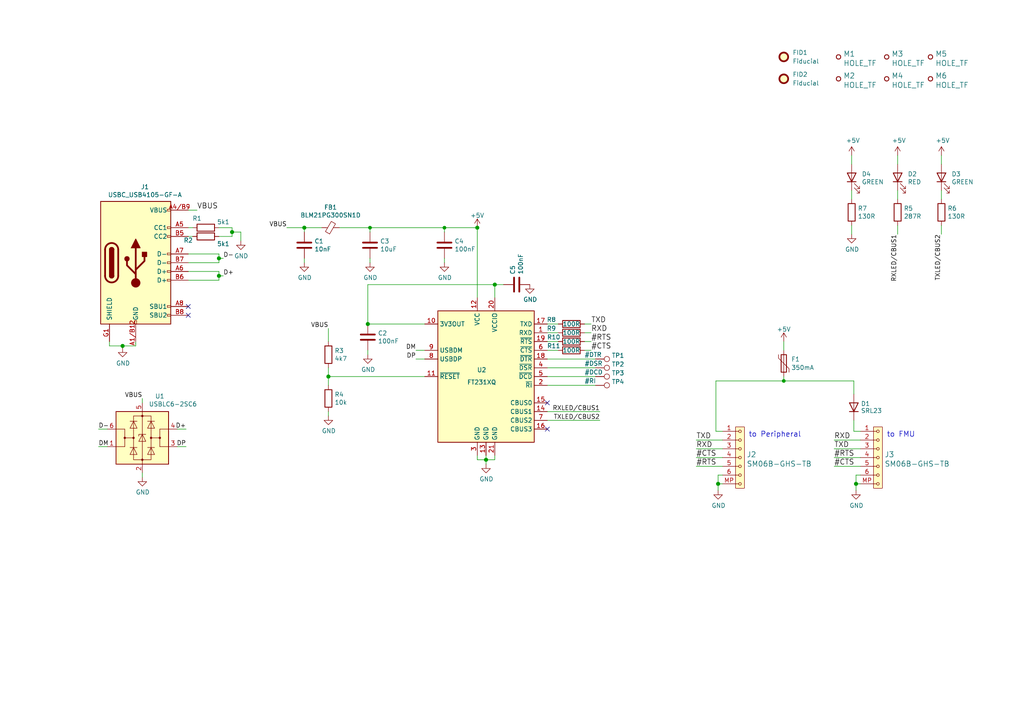
<source format=kicad_sch>
(kicad_sch (version 20230121) (generator eeschema)
  (paper "A4")
  (title_block (title "TFUSBSERIAL01A") (date "%F") (company "www.thunderfly.cz") (comment 1 "Pixhawk compatibile ") (comment 2 "USB-UART converter") (comment 3 "<info@thunderfly.cz>"))
  (lib_symbols
    (symbol "Connector:TestPoint" (pin_numbers hide) (pin_names (offset 0.762) hide)
      (property "Reference" "TP" (at 0 6.858 0))
      (property "Value" "TestPoint" (at 0 5.08 0))
      (symbol "TestPoint_0_1"
        (circle (center 0 3.302) (radius 0.762))
      )
      (symbol "TestPoint_1_1"
        (pin passive line (at 0 0 90) (length 2.54) (name "1") (number "1"))
      )
    )
    (symbol "Device:C" (pin_numbers hide) (pin_names (offset 0.254))
      (property "Reference" "C" (at 0.635 2.54 0))
      (property "Value" "C" (at 0.635 -2.54 0))
      (symbol "C_0_1"
        (polyline (pts (xy -2.032 -0.762) (xy 2.032 -0.762)) (stroke (width 0.508)))
        (polyline (pts (xy -2.032 0.762) (xy 2.032 0.762)) (stroke (width 0.508)))
      )
      (symbol "C_1_1"
        (pin passive line (at 0 3.81 270) (length 2.794) (name "~") (number "1"))
        (pin passive line (at 0 -3.81 90) (length 2.794) (name "~") (number "2"))
      )
    )
    (symbol "Device:D" (pin_numbers hide) (pin_names (offset 1.016) hide)
      (property "Reference" "D" (at 0 2.54 0))
      (property "Value" "D" (at 0 -2.54 0))
      (symbol "D_0_1"
        (polyline (pts (xy -1.27 1.27) (xy -1.27 -1.27)) (stroke (width 0.254)))
        (polyline (pts (xy 1.27 0) (xy -1.27 0)))
        (polyline (pts (xy 1.27 1.27) (xy 1.27 -1.27) (xy -1.27 0) (xy 1.27 1.27)) (stroke (width 0.254)))
      )
      (symbol "D_1_1"
        (pin passive line (at -3.81 0 0) (length 2.54) (name "K") (number "1"))
        (pin passive line (at 3.81 0 180) (length 2.54) (name "A") (number "2"))
      )
    )
    (symbol "Device:FerriteBead_Small" (pin_numbers hide) (pin_names (offset 0))
      (property "Reference" "FB" (at 1.905 1.27 0))
      (property "Value" "FerriteBead_Small" (at 1.905 -1.27 0))
      (symbol "FerriteBead_Small_0_1"
        (polyline (pts (xy 0 -1.27) (xy 0 -0.7874)))
        (polyline (pts (xy 0 0.889) (xy 0 1.2954)))
        (polyline (pts (xy -1.8288 0.2794) (xy -1.1176 1.4986) (xy 1.8288 -0.2032) (xy 1.1176 -1.4224) (xy -1.8288 0.2794)))
      )
      (symbol "FerriteBead_Small_1_1"
        (pin passive line (at 0 2.54 270) (length 1.27) (name "~") (number "1"))
        (pin passive line (at 0 -2.54 90) (length 1.27) (name "~") (number "2"))
      )
    )
    (symbol "Device:LED" (pin_numbers hide) (pin_names (offset 1.016) hide)
      (property "Reference" "D" (at 0 2.54 0))
      (property "Value" "LED" (at 0 -2.54 0))
      (symbol "LED_0_1"
        (polyline (pts (xy -1.27 -1.27) (xy -1.27 1.27)) (stroke (width 0.254)))
        (polyline (pts (xy -1.27 0) (xy 1.27 0)))
        (polyline (pts (xy 1.27 -1.27) (xy 1.27 1.27) (xy -1.27 0) (xy 1.27 -1.27)) (stroke (width 0.254)))
        (polyline (pts (xy -3.048 -0.762) (xy -4.572 -2.286) (xy -3.81 -2.286) (xy -4.572 -2.286) (xy -4.572 -1.524)))
        (polyline (pts (xy -1.778 -0.762) (xy -3.302 -2.286) (xy -2.54 -2.286) (xy -3.302 -2.286) (xy -3.302 -1.524)))
      )
      (symbol "LED_1_1"
        (pin passive line (at -3.81 0 0) (length 2.54) (name "K") (number "1"))
        (pin passive line (at 3.81 0 180) (length 2.54) (name "A") (number "2"))
      )
    )
    (symbol "Device:Polyfuse" (pin_numbers hide) (pin_names (offset 0))
      (property "Reference" "F" (at -2.54 0 90))
      (property "Value" "Polyfuse" (at 2.54 0 90))
      (symbol "Polyfuse_0_1"
        (rectangle (start -0.762 2.54) (end 0.762 -2.54) (stroke (width 0.254)))
        (polyline (pts (xy 0 2.54) (xy 0 -2.54)))
        (polyline (pts (xy -1.524 2.54) (xy -1.524 1.524) (xy 1.524 -1.524) (xy 1.524 -2.54)))
      )
      (symbol "Polyfuse_1_1"
        (pin passive line (at 0 3.81 270) (length 1.27) (name "~") (number "1"))
        (pin passive line (at 0 -3.81 90) (length 1.27) (name "~") (number "2"))
      )
    )
    (symbol "Device:R" (pin_numbers hide) (pin_names (offset 0))
      (property "Reference" "R" (at 2.032 0 90))
      (property "Value" "R" (at 0 0 90))
      (symbol "R_0_1"
        (rectangle (start -1.016 -2.54) (end 1.016 2.54) (stroke (width 0.254)))
      )
      (symbol "R_1_1"
        (pin passive line (at 0 3.81 270) (length 1.27) (name "~") (number "1"))
        (pin passive line (at 0 -3.81 90) (length 1.27) (name "~") (number "2"))
      )
    )
    (symbol "Interface_USB:FT231XQ"
      (property "Reference" "U" (at -13.97 20.32 0))
      (property "Value" "FT231XQ" (at 6.35 20.32 0))
      (symbol "FT231XQ_0_1"
        (rectangle (start -13.97 19.05) (end 13.97 -19.05) (stroke (width 0.254)) (fill (type background)))
      )
      (symbol "FT231XQ_1_1"
        (pin input line (at 17.78 12.7 180) (length 3.81) (name "RXD") (number "1"))
        (pin power_out line (at -17.78 15.24 0) (length 3.81) (name "3V3OUT") (number "10"))
        (pin input line (at -17.78 0 0) (length 3.81) (name "~{RESET}") (number "11"))
        (pin power_in line (at -2.54 22.86 270) (length 3.81) (name "VCC") (number "12"))
        (pin power_in line (at 0 -22.86 90) (length 3.81) (name "GND") (number "13"))
        (pin bidirectional line (at 17.78 -10.16 180) (length 3.81) (name "CBUS1") (number "14"))
        (pin bidirectional line (at 17.78 -7.62 180) (length 3.81) (name "CBUS0") (number "15"))
        (pin bidirectional line (at 17.78 -15.24 180) (length 3.81) (name "CBUS3") (number "16"))
        (pin output line (at 17.78 15.24 180) (length 3.81) (name "TXD") (number "17"))
        (pin output line (at 17.78 5.08 180) (length 3.81) (name "~{DTR}") (number "18"))
        (pin output line (at 17.78 10.16 180) (length 3.81) (name "~{RTS}") (number "19"))
        (pin input line (at 17.78 -2.54 180) (length 3.81) (name "~{RI}") (number "2"))
        (pin power_in line (at 2.54 22.86 270) (length 3.81) (name "VCCIO") (number "20"))
        (pin power_in line (at 2.54 -22.86 90) (length 3.81) (name "GND") (number "21"))
        (pin power_in line (at -2.54 -22.86 90) (length 3.81) (name "GND") (number "3"))
        (pin input line (at 17.78 2.54 180) (length 3.81) (name "~{DSR}") (number "4"))
        (pin input line (at 17.78 0 180) (length 3.81) (name "~{DCD}") (number "5"))
        (pin input line (at 17.78 7.62 180) (length 3.81) (name "~{CTS}") (number "6"))
        (pin bidirectional line (at 17.78 -12.7 180) (length 3.81) (name "CBUS2") (number "7"))
        (pin bidirectional line (at -17.78 5.08 0) (length 3.81) (name "USBDP") (number "8"))
        (pin bidirectional line (at -17.78 7.62 0) (length 3.81) (name "USBDM") (number "9"))
      )
    )
    (symbol "MLAB_CONNECTORS:USBC_USB4105-GF-A" (pin_names (offset 1.016))
      (property "Reference" "J" (at -10.16 19.05 0))
      (property "Value" "USBC_USB4105-GF-A" (at 19.05 19.05 0))
      (symbol "USBC_USB4105-GF-A_0_0"
        (rectangle (start -0.254 -17.78) (end 0.254 -16.764))
        (rectangle (start 10.16 -14.986) (end 9.144 -15.494))
        (rectangle (start 10.16 -12.446) (end 9.144 -12.954))
        (rectangle (start 10.16 -4.826) (end 9.144 -5.334))
        (rectangle (start 10.16 -2.286) (end 9.144 -2.794))
        (rectangle (start 10.16 0.254) (end 9.144 -0.254))
        (rectangle (start 10.16 2.794) (end 9.144 2.286))
        (rectangle (start 10.16 7.874) (end 9.144 7.366))
        (rectangle (start 10.16 10.414) (end 9.144 9.906))
        (rectangle (start 10.16 15.494) (end 9.144 14.986))
      )
      (symbol "USBC_USB4105-GF-A_0_1"
        (rectangle (start -10.16 17.78) (end 10.16 -17.78) (stroke (width 0.254)) (fill (type background)))
        (arc (start -8.89 -3.81) (mid -6.985 -5.7067) (end -5.08 -3.81) (stroke (width 0.508)))
        (arc (start -7.62 -3.81) (mid -6.985 -4.4423) (end -6.35 -3.81) (stroke (width 0.254)))
        (arc (start -7.62 -3.81) (mid -6.985 -4.4423) (end -6.35 -3.81) (stroke (width 0.254)) (fill (type outline)))
        (rectangle (start -7.62 -3.81) (end -6.35 3.81) (stroke (width 0.254)) (fill (type outline)))
        (arc (start -6.35 3.81) (mid -6.985 4.4423) (end -7.62 3.81) (stroke (width 0.254)))
        (arc (start -6.35 3.81) (mid -6.985 4.4423) (end -7.62 3.81) (stroke (width 0.254)) (fill (type outline)))
        (arc (start -5.08 3.81) (mid -6.985 5.7067) (end -8.89 3.81) (stroke (width 0.508)))
        (circle (center -2.54 1.143) (radius 0.635) (stroke (width 0.254)) (fill (type outline)))
        (circle (center 0 -5.842) (radius 1.27) (fill (type outline)))
        (polyline (pts (xy -8.89 -3.81) (xy -8.89 3.81)) (stroke (width 0.508)))
        (polyline (pts (xy -5.08 3.81) (xy -5.08 -3.81)) (stroke (width 0.508)))
        (polyline (pts (xy 0 -5.842) (xy 0 4.318)) (stroke (width 0.508)))
        (polyline (pts (xy 0 -3.302) (xy -2.54 -0.762) (xy -2.54 0.508)) (stroke (width 0.508)))
        (polyline (pts (xy 0 -2.032) (xy 2.54 0.508) (xy 2.54 1.778)) (stroke (width 0.508)))
        (polyline (pts (xy -1.27 4.318) (xy 0 6.858) (xy 1.27 4.318) (xy -1.27 4.318)) (stroke (width 0.254)) (fill (type outline)))
        (rectangle (start 1.905 1.778) (end 3.175 3.048) (stroke (width 0.254)) (fill (type outline)))
      )
      (symbol "USBC_USB4105-GF-A_1_1"
        (pin passive line (at 0 -22.86 90) (length 5.08) (name "GND") (number "A1/B12"))
        (pin passive line (at 15.24 15.24 180) (length 5.08) (name "VBUS") (number "A4/B9"))
        (pin bidirectional line (at 15.24 10.16 180) (length 5.08) (name "CC1") (number "A5"))
        (pin bidirectional line (at 15.24 -2.54 180) (length 5.08) (name "D+") (number "A6"))
        (pin bidirectional line (at 15.24 2.54 180) (length 5.08) (name "D-") (number "A7"))
        (pin bidirectional line (at 15.24 -12.7 180) (length 5.08) (name "SBU1") (number "A8"))
        (pin passive line (at 0 -22.86 90) (length 5.08) hide (name "GND") (number "B1/A12"))
        (pin passive line (at 15.24 15.24 180) (length 5.08) hide (name "VBUS") (number "B4/A9"))
        (pin bidirectional line (at 15.24 7.62 180) (length 5.08) (name "CC2") (number "B5"))
        (pin bidirectional line (at 15.24 -5.08 180) (length 5.08) (name "D+") (number "B6"))
        (pin bidirectional line (at 15.24 0 180) (length 5.08) (name "D-") (number "B7"))
        (pin bidirectional line (at 15.24 -15.24 180) (length 5.08) (name "SBU2") (number "B8"))
        (pin passive line (at -7.62 -22.86 90) (length 5.08) (name "SHIELD") (number "G1"))
        (pin passive line (at -7.62 -22.86 90) (length 5.08) hide (name "SHIELD") (number "G2"))
        (pin passive line (at -7.62 -22.86 90) (length 5.08) hide (name "SHIELD") (number "G3"))
        (pin passive line (at -7.62 -22.86 90) (length 5.08) hide (name "SHIELD") (number "G4"))
      )
    )
    (symbol "MLAB_CONNECTORS_JST:SM06B-GHS-TB" (pin_names (offset 1.016))
      (property "Reference" "J" (at 0 -10.16 0))
      (property "Value" "SM06B-GHS-TB" (at 0 10.16 0))
      (symbol "SM06B-GHS-TB_0_1"
        (rectangle (start -1.27 8.89) (end 1.27 -8.89) (fill (type background)))
        (circle (center 0 -7.62) (radius 0.381))
        (circle (center 0 -5.08) (radius 0.381))
        (circle (center 0 -2.54) (radius 0.381))
        (polyline (pts (xy -1.27 -7.62) (xy -0.381 -7.62)))
        (polyline (pts (xy -1.27 -5.08) (xy -0.381 -5.08)))
        (polyline (pts (xy -1.27 -2.54) (xy -0.381 -2.54)))
        (polyline (pts (xy -1.27 0) (xy -0.381 0)))
        (polyline (pts (xy -1.27 2.54) (xy -0.381 2.54)))
        (polyline (pts (xy -1.27 5.08) (xy -0.381 5.08)))
        (polyline (pts (xy -1.27 7.62) (xy -0.381 7.62)))
        (circle (center 0 0) (radius 0.381))
        (circle (center 0 2.54) (radius 0.381))
        (circle (center 0 5.08) (radius 0.381))
        (circle (center 0 7.62) (radius 0.381))
      )
      (symbol "SM06B-GHS-TB_1_1"
        (pin input line (at -5.08 7.62 0) (length 3.81) (name "~") (number "1"))
        (pin input line (at -5.08 5.08 0) (length 3.81) (name "~") (number "2"))
        (pin input line (at -5.08 2.54 0) (length 3.81) (name "~") (number "3"))
        (pin input line (at -5.08 0 0) (length 3.81) (name "~") (number "4"))
        (pin input line (at -5.08 -2.54 0) (length 3.81) (name "~") (number "5"))
        (pin input line (at -5.08 -5.08 0) (length 3.81) (name "~") (number "6"))
        (pin input line (at -5.08 -7.62 0) (length 3.81) (name "~") (number "MP"))
      )
    )
    (symbol "MLAB_MECHANICAL:HOLE_TF" (pin_numbers hide) (pin_names (offset 1.016) hide)
      (property "Reference" "M" (at 0 2.54 0))
      (property "Value" "HOLE_TF" (at 0 -2.54 0))
      (property "Footprint" "Mlab_Mechanical:dira_3mm" (at 0 0 0))
      (symbol "HOLE_TF_0_1"
        (circle (center 0 0) (radius 0.635) (stroke (width 0.254)))
      )
    )
    (symbol "Mechanical:Fiducial"
      (property "Reference" "FID" (at 0 5.08 0))
      (property "Value" "Fiducial" (at 0 3.175 0))
      (symbol "Fiducial_0_1"
        (circle (center 0 0) (radius 1.27) (stroke (width 0.508)) (fill (type background)))
      )
    )
    (symbol "Power_Protection:USBLC6-2SC6" (pin_names hide)
      (property "Reference" "U" (at 2.54 8.89 0))
      (property "Value" "USBLC6-2SC6" (at 2.54 -8.89 0))
      (symbol "USBLC6-2SC6_0_1"
        (rectangle (start -7.62 -7.62) (end 7.62 7.62) (stroke (width 0.254)) (fill (type background)))
        (circle (center -5.08 0) (radius 0.254) (fill (type outline)))
        (circle (center -2.54 0) (radius 0.254) (fill (type outline)))
        (rectangle (start -2.54 6.35) (end 2.54 -6.35))
        (circle (center 0 -6.35) (radius 0.254) (fill (type outline)))
        (polyline (pts (xy -5.08 -2.54) (xy -7.62 -2.54)))
        (polyline (pts (xy -5.08 0) (xy -5.08 -2.54)))
        (polyline (pts (xy -5.08 2.54) (xy -7.62 2.54)))
        (polyline (pts (xy -1.524 -2.794) (xy -3.556 -2.794)))
        (polyline (pts (xy -1.524 4.826) (xy -3.556 4.826)))
        (polyline (pts (xy 0 -7.62) (xy 0 -6.35)))
        (polyline (pts (xy 0 -6.35) (xy 0 1.27)))
        (polyline (pts (xy 0 1.27) (xy 0 6.35)))
        (polyline (pts (xy 0 6.35) (xy 0 7.62)))
        (polyline (pts (xy 1.524 -2.794) (xy 3.556 -2.794)))
        (polyline (pts (xy 1.524 4.826) (xy 3.556 4.826)))
        (polyline (pts (xy 5.08 -2.54) (xy 7.62 -2.54)))
        (polyline (pts (xy 5.08 0) (xy 5.08 -2.54)))
        (polyline (pts (xy 5.08 2.54) (xy 7.62 2.54)))
        (polyline (pts (xy -2.54 0) (xy -5.08 0) (xy -5.08 2.54)))
        (polyline (pts (xy 2.54 0) (xy 5.08 0) (xy 5.08 2.54)))
        (polyline (pts (xy -3.556 -4.826) (xy -1.524 -4.826) (xy -2.54 -2.794) (xy -3.556 -4.826)))
        (polyline (pts (xy -3.556 2.794) (xy -1.524 2.794) (xy -2.54 4.826) (xy -3.556 2.794)))
        (polyline (pts (xy -1.016 -1.016) (xy 1.016 -1.016) (xy 0 1.016) (xy -1.016 -1.016)))
        (polyline (pts (xy 1.016 1.016) (xy 0.762 1.016) (xy -1.016 1.016) (xy -1.016 0.508)))
        (polyline (pts (xy 3.556 -4.826) (xy 1.524 -4.826) (xy 2.54 -2.794) (xy 3.556 -4.826)))
        (polyline (pts (xy 3.556 2.794) (xy 1.524 2.794) (xy 2.54 4.826) (xy 3.556 2.794)))
        (circle (center 0 6.35) (radius 0.254) (fill (type outline)))
        (circle (center 2.54 0) (radius 0.254) (fill (type outline)))
        (circle (center 5.08 0) (radius 0.254) (fill (type outline)))
      )
      (symbol "USBLC6-2SC6_1_1"
        (pin passive line (at -10.16 -2.54 0) (length 2.54) (name "I/O1") (number "1"))
        (pin passive line (at 0 -10.16 90) (length 2.54) (name "GND") (number "2"))
        (pin passive line (at 10.16 -2.54 180) (length 2.54) (name "I/O2") (number "3"))
        (pin passive line (at 10.16 2.54 180) (length 2.54) (name "I/O2") (number "4"))
        (pin passive line (at 0 10.16 270) (length 2.54) (name "VBUS") (number "5"))
        (pin passive line (at -10.16 2.54 0) (length 2.54) (name "I/O1") (number "6"))
      )
    )
    (symbol "power:+5V" (power) (pin_names (offset 0))
      (property "Value" "+5V" (at 0 3.556 0))
      (symbol "+5V_0_1"
        (polyline (pts (xy -0.762 1.27) (xy 0 2.54)))
        (polyline (pts (xy 0 0) (xy 0 2.54)))
        (polyline (pts (xy 0 2.54) (xy 0.762 1.27)))
      )
      (symbol "+5V_1_1"
        (pin power_in line (at 0 0 90) (length 0) hide (name "+5V") (number "1"))
      )
    )
    (symbol "power:GND" (power) (pin_names (offset 0))
      (property "Value" "GND" (at 0 -3.81 0))
      (symbol "GND_0_1"
        (polyline (pts (xy 0 0) (xy 0 -1.27) (xy 1.27 -1.27) (xy 0 -2.54) (xy -1.27 -1.27) (xy 0 -1.27)))
      )
      (symbol "GND_1_1"
        (pin power_in line (at 0 0 270) (length 0) hide (name "GND") (number "1"))
      )
    )
  )
  (junction (at 248.285 140.335) (diameter 1.016))
  (junction (at 128.905 66.04))
  (junction (at 208.28 140.335) (diameter 1.016))
  (junction (at 143.51 82.55) (diameter 1.016))
  (junction (at 140.97 133.35) (diameter 1.016))
  (junction (at 63.5 80.01) (diameter 1.016))
  (junction (at 106.68 93.98) (diameter 1.016))
  (junction (at 35.56 100.33) (diameter 1.016))
  (junction (at 107.315 66.04))
  (junction (at 63.5 74.93) (diameter 1.016))
  (junction (at 88.265 66.04) (diameter 1.016))
  (junction (at 67.31 67.31) (diameter 1.016))
  (junction (at 95.25 109.22) (diameter 1.016))
  (junction (at 138.43 66.04) (diameter 1.016))
  (junction (at 227.33 110.49))
  (no_connect (at 54.61 88.9))
  (no_connect (at 54.61 91.44))
  (no_connect (at 158.75 124.46))
  (no_connect (at 158.75 116.84))
  (wire (pts (xy 51.435 129.54) (xy 53.975 129.54)))
  (wire (pts (xy 63.5 66.04) (xy 67.31 66.04)))
  (wire (pts (xy 158.75 121.92) (xy 173.99 121.92)))
  (wire (pts (xy 209.55 140.335) (xy 208.28 140.335)))
  (wire (pts (xy 54.61 66.04) (xy 55.88 66.04)))
  (wire (pts (xy 88.265 74.93) (xy 88.265 76.2)))
  (wire (pts (xy 248.285 137.795) (xy 248.285 140.335)))
  (wire (pts (xy 106.68 82.55) (xy 106.68 93.98)))
  (wire (pts (xy 31.75 100.33) (xy 35.56 100.33)))
  (wire (pts (xy 143.51 82.55) (xy 143.51 86.36)))
  (wire (pts (xy 158.75 106.68) (xy 172.72 106.68)))
  (wire (pts (xy 69.85 67.31) (xy 69.85 69.85)))
  (wire (pts (xy 31.75 99.06) (xy 31.75 100.33)))
  (wire (pts (xy 98.425 66.04) (xy 107.315 66.04)))
  (wire (pts (xy 63.5 73.66) (xy 63.5 74.93)))
  (wire (pts (xy 158.75 99.06) (xy 161.925 99.06)))
  (wire (pts (xy 247.015 45.085) (xy 247.015 47.625)))
  (wire (pts (xy 260.35 45.085) (xy 260.35 47.625)))
  (wire (pts (xy 169.545 99.06) (xy 171.45 99.06)))
  (wire (pts (xy 248.285 140.335) (xy 248.285 142.24)))
  (wire (pts (xy 67.31 67.31) (xy 69.85 67.31)))
  (wire (pts (xy 128.905 66.04) (xy 138.43 66.04)))
  (wire (pts (xy 208.28 140.335) (xy 208.28 142.24)))
  (wire (pts (xy 227.33 109.22) (xy 227.33 110.49)))
  (wire (pts (xy 95.25 95.25) (xy 95.25 99.06)))
  (wire (pts (xy 227.33 110.49) (xy 247.65 110.49)))
  (wire (pts (xy 138.43 66.04) (xy 138.43 86.36)))
  (wire (pts (xy 88.265 66.04) (xy 93.345 66.04)))
  (wire (pts (xy 106.68 101.6) (xy 106.68 102.87)))
  (wire (pts (xy 41.275 115.57) (xy 41.275 116.84)))
  (wire (pts (xy 169.545 96.52) (xy 171.45 96.52)))
  (wire (pts (xy 227.33 99.06) (xy 227.33 101.6)))
  (wire (pts (xy 241.935 132.715) (xy 249.555 132.715)))
  (wire (pts (xy 207.645 110.49) (xy 207.645 125.095)))
  (wire (pts (xy 169.545 101.6) (xy 171.45 101.6)))
  (wire (pts (xy 209.55 137.795) (xy 208.28 137.795)))
  (wire (pts (xy 140.97 132.08) (xy 140.97 133.35)))
  (wire (pts (xy 207.645 110.49) (xy 227.33 110.49)))
  (wire (pts (xy 158.75 96.52) (xy 161.925 96.52)))
  (wire (pts (xy 249.555 140.335) (xy 248.285 140.335)))
  (wire (pts (xy 169.545 93.98) (xy 171.45 93.98)))
  (wire (pts (xy 273.05 55.245) (xy 273.05 57.785)))
  (wire (pts (xy 247.65 110.49) (xy 247.65 114.3)))
  (wire (pts (xy 143.51 82.55) (xy 146.05 82.55)))
  (wire (pts (xy 120.65 104.14) (xy 123.19 104.14)))
  (wire (pts (xy 54.61 73.66) (xy 63.5 73.66)))
  (wire (pts (xy 208.28 137.795) (xy 208.28 140.335)))
  (wire (pts (xy 201.93 135.255) (xy 209.55 135.255)))
  (wire (pts (xy 241.935 130.175) (xy 249.555 130.175)))
  (wire (pts (xy 88.265 66.04) (xy 88.265 67.31)))
  (wire (pts (xy 106.68 82.55) (xy 143.51 82.55)))
  (wire (pts (xy 241.935 127.635) (xy 249.555 127.635)))
  (wire (pts (xy 247.015 65.405) (xy 247.015 67.945)))
  (wire (pts (xy 51.435 124.46) (xy 53.975 124.46)))
  (wire (pts (xy 260.35 55.245) (xy 260.35 57.785)))
  (wire (pts (xy 128.905 66.04) (xy 128.905 67.31)))
  (wire (pts (xy 107.315 66.04) (xy 107.315 67.31)))
  (wire (pts (xy 54.61 78.74) (xy 63.5 78.74)))
  (wire (pts (xy 241.935 135.255) (xy 249.555 135.255)))
  (wire (pts (xy 201.93 132.715) (xy 209.55 132.715)))
  (wire (pts (xy 83.185 66.04) (xy 88.265 66.04)))
  (wire (pts (xy 54.61 60.96) (xy 57.15 60.96)))
  (wire (pts (xy 63.5 74.93) (xy 64.77 74.93)))
  (wire (pts (xy 95.25 106.68) (xy 95.25 109.22)))
  (wire (pts (xy 201.93 127.635) (xy 209.55 127.635)))
  (wire (pts (xy 260.35 65.405) (xy 260.35 67.945)))
  (wire (pts (xy 158.75 93.98) (xy 161.925 93.98)))
  (wire (pts (xy 35.56 100.33) (xy 35.56 100.965)))
  (wire (pts (xy 158.75 104.14) (xy 172.72 104.14)))
  (wire (pts (xy 143.51 133.35) (xy 143.51 132.08)))
  (wire (pts (xy 138.43 133.35) (xy 140.97 133.35)))
  (wire (pts (xy 138.43 132.08) (xy 138.43 133.35)))
  (wire (pts (xy 63.5 80.01) (xy 63.5 81.28)))
  (wire (pts (xy 158.75 109.22) (xy 172.72 109.22)))
  (wire (pts (xy 273.05 65.405) (xy 273.05 67.945)))
  (wire (pts (xy 273.05 45.085) (xy 273.05 47.625)))
  (wire (pts (xy 28.575 124.46) (xy 31.115 124.46)))
  (wire (pts (xy 95.25 109.22) (xy 123.19 109.22)))
  (wire (pts (xy 120.65 101.6) (xy 123.19 101.6)))
  (wire (pts (xy 158.75 101.6) (xy 161.925 101.6)))
  (wire (pts (xy 158.75 119.38) (xy 173.99 119.38)))
  (wire (pts (xy 247.015 55.245) (xy 247.015 57.785)))
  (wire (pts (xy 63.5 74.93) (xy 63.5 76.2)))
  (wire (pts (xy 54.61 76.2) (xy 63.5 76.2)))
  (wire (pts (xy 140.97 133.35) (xy 143.51 133.35)))
  (wire (pts (xy 128.905 74.93) (xy 128.905 76.2)))
  (wire (pts (xy 63.5 78.74) (xy 63.5 80.01)))
  (wire (pts (xy 201.93 130.175) (xy 209.55 130.175)))
  (wire (pts (xy 67.31 67.31) (xy 67.31 68.58)))
  (wire (pts (xy 107.315 74.93) (xy 107.315 76.2)))
  (wire (pts (xy 95.25 109.22) (xy 95.25 111.76)))
  (wire (pts (xy 247.65 121.92) (xy 247.65 125.095)))
  (wire (pts (xy 28.575 129.54) (xy 31.115 129.54)))
  (wire (pts (xy 107.315 66.04) (xy 128.905 66.04)))
  (wire (pts (xy 158.75 111.76) (xy 172.72 111.76)))
  (wire (pts (xy 106.68 93.98) (xy 123.19 93.98)))
  (wire (pts (xy 54.61 68.58) (xy 55.88 68.58)))
  (wire (pts (xy 249.555 125.095) (xy 247.65 125.095)))
  (wire (pts (xy 67.31 66.04) (xy 67.31 67.31)))
  (wire (pts (xy 35.56 100.33) (xy 39.37 100.33)))
  (wire (pts (xy 249.555 137.795) (xy 248.285 137.795)))
  (wire (pts (xy 54.61 81.28) (xy 63.5 81.28)))
  (wire (pts (xy 95.25 119.38) (xy 95.25 120.65)))
  (wire (pts (xy 63.5 68.58) (xy 67.31 68.58)))
  (wire (pts (xy 39.37 100.33) (xy 39.37 99.06)))
  (wire (pts (xy 63.5 80.01) (xy 64.77 80.01)))
  (wire (pts (xy 41.275 137.16) (xy 41.275 138.43)))
  (wire (pts (xy 209.55 125.095) (xy 207.645 125.095)))
  (wire (pts (xy 140.97 133.35) (xy 140.97 134.62)))
  (text "to Peripheral" (at 232.41 127 0) (effects (font (size 1.524 1.524)) (justify right bottom)))
  (text "to FMU" (at 265.43 127 0) (effects (font (size 1.524 1.524)) (justify right bottom)))
  (label "RXD" (at 171.45 96.52 0) (effects (font (size 1.524 1.524))))
  (label "#CTS" (at 241.935 135.255 0) (effects (font (size 1.524 1.524))))
  (label "DM" (at 28.575 129.54 0))
  (label "D+" (at 64.77 80.01 0))
  (label "VBUS" (at 83.185 66.04 180))
  (label "#CTS" (at 171.45 101.6 0) (effects (font (size 1.524 1.524))))
  (label "RXD" (at 201.93 130.175 0) (effects (font (size 1.524 1.524))))
  (label "DP" (at 120.65 104.14 180))
  (label "TXD" (at 171.45 93.98 0) (effects (font (size 1.524 1.524))))
  (label "VBUS" (at 95.25 95.25 180))
  (label "TXD" (at 241.935 130.175 0) (effects (font (size 1.524 1.524))))
  (label "RXD" (at 241.935 127.635 0) (effects (font (size 1.524 1.524))))
  (label "VBUS" (at 41.275 115.57 180))
  (label "TXLED{slash}CBUS2" (at 273.05 67.945 270))
  (label "D+" (at 53.975 124.46 180))
  (label "TXLED{slash}CBUS2" (at 173.99 121.92 180))
  (label "RXLED{slash}CBUS1" (at 260.35 67.945 270))
  (label "DM" (at 120.65 101.6 180))
  (label "D-" (at 64.77 74.93 0))
  (label "#RTS" (at 171.45 99.06 0) (effects (font (size 1.524 1.524))))
  (label "#RTS" (at 201.93 135.255 0) (effects (font (size 1.524 1.524))))
  (label "#RTS" (at 241.935 132.715 0) (effects (font (size 1.524 1.524))))
  (label "D-" (at 28.575 124.46 0))
  (label "VBUS" (at 57.15 60.96 0) (effects (font (size 1.524 1.524))))
  (label "TXD" (at 201.93 127.635 0) (effects (font (size 1.524 1.524))))
  (label "RXLED{slash}CBUS1" (at 173.99 119.38 180))
  (label "DP" (at 53.975 129.54 180))
  (label "#CTS" (at 201.93 132.715 0) (effects (font (size 1.524 1.524))))
  (symbol (lib_id "Device:R") (at 95.25 115.57 0) (unit 1)
    (property "Reference" "R4" (at 97.0281 114.4206 0) (effects (justify left)))
    (property "Value" "10k" (at 97.028 116.719 0) (effects (justify left)))
    (property "Footprint" "Resistor_SMD:R_0603_1608Metric" (effects hide))
    (property "UST_ID" "5c70984512875079b91f8962" (effects hide))
  )
  (symbol (lib_id "MLAB_MECHANICAL:HOLE_TF") (at 243.205 16.51 0) (unit 1) (in_bom no)
    (property "Reference" "M1" (at 244.6021 15.6224 0) (effects (font (size 1.524 1.524)) (justify left)))
    (property "Value" "HOLE_TF" (at 244.6021 18.33 0) (effects (font (size 1.524 1.524)) (justify left)))
    (property "Footprint" "Mlab_Mechanical:dira_3mm" (effects hide))
    (property "Sim.Enable" "0" (effects hide))
  )
  (symbol (lib_id "MLAB_CONNECTORS:USBC_USB4105-GF-A") (at 39.37 76.2 0) (unit 1)
    (property "Reference" "J1" (at 42.037 54.2098 0))
    (property "Value" "USBC_USB4105-GF-A" (at 42.037 56.5085 0))
    (property "Footprint" "Mlab_CON:USBC GCT_USB4105-GF-A" (effects hide))
    (property "UST_ID" "5fa0f94612875025b397795e" (effects hide))
  )
  (symbol (lib_id "power:+5V") (at 227.33 99.06 0) (unit 1)
    (property "Reference" "#PWR0106" (effects hide))
    (property "Value" "+5V" (at 227.33 95.5126 0))
  )
  (symbol (lib_id "power:GND") (at 95.25 120.65 0) (unit 1)
    (property "Reference" "#PWR0117" (effects hide))
    (property "Value" "GND" (at 95.3643 124.9744 0))
  )
  (symbol (lib_id "Device:R") (at 273.05 61.595 0) (unit 1)
    (property "Reference" "R6" (at 274.8281 60.4456 0) (effects (justify left)))
    (property "Value" "130R" (at 274.828 62.744 0) (effects (justify left)))
    (property "Footprint" "Resistor_SMD:R_0603_1608Metric" (effects hide))
    (property "UST_ID" "5cd08b17128750448e4542b1" (effects hide))
  )
  (symbol (lib_id "Device:C") (at 149.86 82.55 90) (unit 1)
    (property "Reference" "C5" (at 148.7106 79.6289 0) (effects (justify left)))
    (property "Value" "100nF" (at 151.009 79.629 0) (effects (justify left)))
    (property "Footprint" "Capacitor_SMD:C_0603_1608Metric" (effects hide))
    (property "UST_ID" "5c70984812875079b91f8bf2" (effects hide))
  )
  (symbol (lib_id "Device:R") (at 260.35 61.595 0) (unit 1)
    (property "Reference" "R5" (at 262.1281 60.4456 0) (effects (justify left)))
    (property "Value" "287R" (at 262.128 62.744 0) (effects (justify left)))
    (property "Footprint" "Resistor_SMD:R_0603_1608Metric" (effects hide))
    (property "UST_ID" "651a975c462c6d9e7205504d" (effects hide))
  )
  (symbol (lib_id "power:+5V") (at 260.35 45.085 0) (unit 1)
    (property "Reference" "#PWR0108" (effects hide))
    (property "Value" "+5V" (at 260.7183 40.7606 0))
  )
  (symbol (lib_id "power:GND") (at 247.015 67.945 0) (unit 1)
    (property "Reference" "#PWR02" (effects hide))
    (property "Value" "GND" (at 247.142 72.3392 0))
  )
  (symbol (lib_id "Connector:TestPoint") (at 172.72 111.76 270) (unit 1) (in_bom no)
    (property "Reference" "TP4" (at 177.419 110.736 90) (effects (justify left)))
    (property "Value" "#RI" (at 169.545 110.49 90) (effects (justify left)))
    (property "Footprint" "TestPoint:TestPoint_Pad_D1.0mm" (effects hide))
    (property "Sim.Enable" "0" (effects hide))
  )
  (symbol (lib_id "Device:R") (at 247.015 61.595 0) (unit 1)
    (property "Reference" "R7" (at 248.7931 60.4456 0) (effects (justify left)))
    (property "Value" "130R" (at 248.793 62.744 0) (effects (justify left)))
    (property "Footprint" "Resistor_SMD:R_0603_1608Metric" (effects hide))
    (property "UST_ID" "5cd08b17128750448e4542b1" (effects hide))
  )
  (symbol (lib_id "Device:R") (at 165.735 96.52 90) (unit 1)
    (property "Reference" "R9" (at 161.29 95.25 90) (effects (justify left)))
    (property "Value" "100R" (at 168.275 96.52 90) (effects (justify left)))
    (property "Footprint" "Resistor_SMD:R_0603_1608Metric" (effects hide))
    (property "UST_ID" "5c70984512875079b91f8956" (effects hide))
  )
  (symbol (lib_id "MLAB_CONNECTORS_JST:SM06B-GHS-TB") (at 214.63 132.715 0) (unit 1)
    (property "Reference" "J2" (at 216.5351 131.8274 0) (effects (font (size 1.524 1.524)) (justify left)))
    (property "Value" "SM06B-GHS-TB" (at 216.5351 134.535 0) (effects (font (size 1.524 1.524)) (justify left)))
    (property "Footprint" "Connector_JST:JST_GH_SM06B-GHS-TB_1x06-1MP_P1.25mm_Horizontal" (effects hide))
    (property "UST_ID" "5fa0f70212875025b3977932" (effects hide))
  )
  (symbol (lib_id "power:GND") (at 107.315 76.2 0) (unit 1)
    (property "Reference" "#PWR0104" (effects hide))
    (property "Value" "GND" (at 107.4293 80.5244 0))
  )
  (symbol (lib_id "Connector:TestPoint") (at 172.72 109.22 270) (unit 1) (in_bom no)
    (property "Reference" "TP3" (at 177.419 108.196 90) (effects (justify left)))
    (property "Value" "#DCD" (at 169.545 107.95 90) (effects (justify left)))
    (property "Footprint" "TestPoint:TestPoint_Pad_D1.0mm" (effects hide))
    (property "Sim.Enable" "0" (effects hide))
  )
  (symbol (lib_id "MLAB_MECHANICAL:HOLE_TF") (at 257.175 16.51 0) (unit 1) (in_bom no)
    (property "Reference" "M3" (at 258.5721 15.6224 0) (effects (font (size 1.524 1.524)) (justify left)))
    (property "Value" "HOLE_TF" (at 258.5721 18.33 0) (effects (font (size 1.524 1.524)) (justify left)))
    (property "Footprint" "Mlab_Mechanical:dira_3mm" (effects hide))
    (property "Sim.Enable" "0" (effects hide))
  )
  (symbol (lib_id "power:GND") (at 153.67 82.55 0) (unit 1)
    (property "Reference" "#PWR0103" (effects hide))
    (property "Value" "GND" (at 153.7843 86.8744 0))
  )
  (symbol (lib_id "power:GND") (at 248.285 142.24 0) (unit 1)
    (property "Reference" "#PWR0109" (effects hide))
    (property "Value" "GND" (at 248.412 146.6342 0))
  )
  (symbol (lib_id "Device:LED") (at 247.015 51.435 90) (unit 1)
    (property "Reference" "D4" (at 249.9361 50.4761 90) (effects (justify right)))
    (property "Value" "GREEN" (at 249.936 52.775 90) (effects (justify right)))
    (property "Footprint" "LED_SMD:LED_0603_1608Metric" (effects hide))
    (property "UST_ID" "60d582331287500165f859d0" (effects hide))
  )
  (symbol (lib_id "Device:Polyfuse") (at 227.33 105.41 0) (unit 1)
    (property "Reference" "F1" (at 229.489 104.1979 0) (effects (justify left)))
    (property "Value" "350mA" (at 229.489 106.6221 0) (effects (justify left)))
    (property "Footprint" "Fuse:Fuse_0805_2012Metric" (effects hide))
    (property "UST_ID" "650b8191462c6d9e7205477b" (effects hide))
  )
  (symbol (lib_id "Device:R") (at 59.69 66.04 90) (unit 1)
    (property "Reference" "R1" (at 57.15 63.3538 90))
    (property "Value" "5k1" (at 64.77 64.382 90))
    (property "Footprint" "Resistor_SMD:R_0603_1608Metric" (effects hide))
    (property "UST_ID" "628d1404dc56076e9a223650" (effects hide))
  )
  (symbol (lib_id "Device:R") (at 59.69 68.58 90) (unit 1)
    (property "Reference" "R2" (at 54.61 69.7038 90))
    (property "Value" "5k1" (at 64.77 70.732 90))
    (property "Footprint" "Resistor_SMD:R_0603_1608Metric" (effects hide))
    (property "UST_ID" "628d1404dc56076e9a223650" (effects hide))
  )
  (symbol (lib_id "power:+5V") (at 247.015 45.085 0) (unit 1)
    (property "Reference" "#PWR01" (effects hide))
    (property "Value" "+5V" (at 247.3833 40.7606 0))
  )
  (symbol (lib_id "power:+5V") (at 138.43 66.04 0) (unit 1)
    (property "Reference" "#PWR0105" (effects hide))
    (property "Value" "+5V" (at 138.43 62.4926 0))
  )
  (symbol (lib_id "Mechanical:Fiducial") (at 227.33 16.51 0) (unit 1)
    (property "Reference" "FID1" (at 229.87 15.24 0) (effects (justify left)))
    (property "Value" "Fiducial" (at 229.87 17.78 0) (effects (justify left)))
    (property "Footprint" "Fiducial:Fiducial_0.5mm_Mask1mm" (effects hide))
  )
  (symbol (lib_id "MLAB_MECHANICAL:HOLE_TF") (at 257.175 22.86 0) (unit 1) (in_bom no)
    (property "Reference" "M4" (at 258.5721 21.9724 0) (effects (font (size 1.524 1.524)) (justify left)))
    (property "Value" "HOLE_TF" (at 258.5721 24.68 0) (effects (font (size 1.524 1.524)) (justify left)))
    (property "Footprint" "Mlab_Mechanical:dira_3mm" (effects hide))
    (property "Sim.Enable" "0" (effects hide))
  )
  (symbol (lib_id "Device:LED") (at 273.05 51.435 90) (unit 1)
    (property "Reference" "D3" (at 275.9711 50.4761 90) (effects (justify right)))
    (property "Value" "GREEN" (at 275.971 52.775 90) (effects (justify right)))
    (property "Footprint" "LED_SMD:LED_0603_1608Metric" (effects hide))
    (property "UST_ID" "60d582331287500165f859d0" (effects hide))
  )
  (symbol (lib_id "Device:C") (at 106.68 97.79 0) (unit 1)
    (property "Reference" "C2" (at 109.6011 96.6406 0) (effects (justify left)))
    (property "Value" "100nF" (at 109.601 98.939 0) (effects (justify left)))
    (property "Footprint" "Capacitor_SMD:C_0603_1608Metric" (effects hide))
    (property "UST_ID" "5c70984812875079b91f8bf2" (effects hide))
  )
  (symbol (lib_id "Device:C") (at 88.265 71.12 0) (unit 1)
    (property "Reference" "C1" (at 91.1861 69.9706 0) (effects (justify left)))
    (property "Value" "10nF" (at 91.186 72.269 0) (effects (justify left)))
    (property "Footprint" "Capacitor_SMD:C_0603_1608Metric" (effects hide))
    (property "UST_ID" "5c70984812875079b91f8bef" (effects hide))
  )
  (symbol (lib_id "Device:R") (at 165.735 99.06 90) (unit 1)
    (property "Reference" "R10" (at 162.56 97.79 90) (effects (justify left)))
    (property "Value" "100R" (at 168.275 99.06 90) (effects (justify left)))
    (property "Footprint" "Resistor_SMD:R_0603_1608Metric" (effects hide))
    (property "UST_ID" "5c70984512875079b91f8956" (effects hide))
  )
  (symbol (lib_id "power:GND") (at 106.68 102.87 0) (unit 1)
    (property "Reference" "#PWR0101" (effects hide))
    (property "Value" "GND" (at 106.7943 107.1944 0))
  )
  (symbol (lib_id "power:GND") (at 35.56 100.965 0) (unit 1)
    (property "Reference" "#PWR0110" (effects hide))
    (property "Value" "GND" (at 35.687 105.3592 0))
  )
  (symbol (lib_id "Device:R") (at 165.735 93.98 90) (unit 1)
    (property "Reference" "R8" (at 161.29 92.71 90) (effects (justify left)))
    (property "Value" "100R" (at 168.275 93.98 90) (effects (justify left)))
    (property "Footprint" "Resistor_SMD:R_0603_1608Metric" (effects hide))
    (property "UST_ID" "5c70984512875079b91f8956" (effects hide))
  )
  (symbol (lib_id "power:GND") (at 88.265 76.2 0) (unit 1)
    (property "Reference" "#PWR0112" (effects hide))
    (property "Value" "GND" (at 88.3793 80.5244 0))
  )
  (symbol (lib_id "Device:C") (at 128.905 71.12 0) (unit 1)
    (property "Reference" "C4" (at 131.8261 69.9706 0) (effects (justify left)))
    (property "Value" "100nF" (at 131.826 72.269 0) (effects (justify left)))
    (property "Footprint" "Capacitor_SMD:C_0603_1608Metric" (effects hide))
    (property "UST_ID" "5c70984812875079b91f8bf2" (effects hide))
  )
  (symbol (lib_id "MLAB_CONNECTORS_JST:SM06B-GHS-TB") (at 254.635 132.715 0) (unit 1)
    (property "Reference" "J3" (at 256.5401 131.8274 0) (effects (font (size 1.524 1.524)) (justify left)))
    (property "Value" "SM06B-GHS-TB" (at 256.5401 134.535 0) (effects (font (size 1.524 1.524)) (justify left)))
    (property "Footprint" "Connector_JST:JST_GH_SM06B-GHS-TB_1x06-1MP_P1.25mm_Horizontal" (effects hide))
    (property "UST_ID" "5fa0f70212875025b3977932" (effects hide))
  )
  (symbol (lib_id "Connector:TestPoint") (at 172.72 104.14 270) (unit 1) (in_bom no)
    (property "Reference" "TP1" (at 177.419 103.116 90) (effects (justify left)))
    (property "Value" "#DTR" (at 169.545 102.87 90) (effects (justify left)))
    (property "Footprint" "TestPoint:TestPoint_Pad_D1.0mm" (effects hide))
    (property "Sim.Enable" "0" (effects hide))
  )
  (symbol (lib_id "MLAB_MECHANICAL:HOLE_TF") (at 269.875 22.86 0) (unit 1) (in_bom no)
    (property "Reference" "M6" (at 271.2721 21.9724 0) (effects (font (size 1.524 1.524)) (justify left)))
    (property "Value" "HOLE_TF" (at 271.2721 24.68 0) (effects (font (size 1.524 1.524)) (justify left)))
    (property "Footprint" "Mlab_Mechanical:dira_3mm" (effects hide))
    (property "Sim.Enable" "0" (effects hide))
  )
  (symbol (lib_id "MLAB_MECHANICAL:HOLE_TF") (at 243.205 22.86 0) (unit 1) (in_bom no)
    (property "Reference" "M2" (at 244.6021 21.9724 0) (effects (font (size 1.524 1.524)) (justify left)))
    (property "Value" "HOLE_TF" (at 244.6021 24.68 0) (effects (font (size 1.524 1.524)) (justify left)))
    (property "Footprint" "Mlab_Mechanical:dira_3mm" (effects hide))
    (property "Sim.Enable" "0" (effects hide))
  )
  (symbol (lib_id "Device:R") (at 165.735 101.6 90) (unit 1)
    (property "Reference" "R11" (at 162.56 100.33 90) (effects (justify left)))
    (property "Value" "100R" (at 168.275 101.6 90) (effects (justify left)))
    (property "Footprint" "Resistor_SMD:R_0603_1608Metric" (effects hide))
    (property "UST_ID" "5c70984512875079b91f8956" (effects hide))
  )
  (symbol (lib_id "Device:FerriteBead_Small") (at 95.885 66.04 90) (unit 1)
    (property "Reference" "FB1" (at 95.885 60.128 90))
    (property "Value" "BLM21PG300SN1D" (at 95.885 62.4267 90))
    (property "Footprint" "Inductor_SMD:L_0805_2012Metric" (effects hide))
    (property "UST_ID" "5c70984412875079b91f87fd" (effects hide))
  )
  (symbol (lib_id "Device:R") (at 95.25 102.87 0) (unit 1)
    (property "Reference" "R3" (at 97.0281 101.7206 0) (effects (justify left)))
    (property "Value" "4k7" (at 97.028 104.019 0) (effects (justify left)))
    (property "Footprint" "Resistor_SMD:R_0603_1608Metric" (effects hide))
    (property "UST_ID" "5c70984512875079b91f8960" (effects hide))
  )
  (symbol (lib_id "power:GND") (at 69.85 69.85 0) (unit 1)
    (property "Reference" "#PWR0111" (effects hide))
    (property "Value" "GND" (at 69.977 74.2442 0))
  )
  (symbol (lib_id "Interface_USB:FT231XQ") (at 140.97 109.22 0) (unit 1)
    (property "Reference" "U2" (at 139.7 107.2958 0))
    (property "Value" "FT231XQ" (at 139.7 110.8645 0))
    (property "Footprint" "Package_DFN_QFN:QFN-20-1EP_4x4mm_P0.5mm_EP2.5x2.5mm" (effects hide))
    (property "Datasheet" "https://www.ftdichip.com/Support/Documents/DataSheets/ICs/DS_FT231X.pdf" (effects hide))
    (property "UST_ID" "605d7fe0128750769e769adb" (effects hide))
  )
  (symbol (lib_id "Connector:TestPoint") (at 172.72 106.68 270) (unit 1) (in_bom no)
    (property "Reference" "TP2" (at 177.419 105.656 90) (effects (justify left)))
    (property "Value" "#DSR" (at 169.545 105.41 90) (effects (justify left)))
    (property "Footprint" "TestPoint:TestPoint_Pad_D1.0mm" (effects hide))
    (property "Sim.Enable" "0" (effects hide))
  )
  (symbol (lib_id "power:GND") (at 41.275 138.43 0) (unit 1)
    (property "Reference" "#PWR0102" (effects hide))
    (property "Value" "GND" (at 41.3893 142.7544 0))
  )
  (symbol (lib_id "Device:LED") (at 260.35 51.435 90) (unit 1)
    (property "Reference" "D2" (at 263.2711 50.4761 90) (effects (justify right)))
    (property "Value" "RED" (at 263.271 52.775 90) (effects (justify right)))
    (property "Footprint" "LED_SMD:LED_0603_1608Metric" (effects hide))
    (property "UST_ID" "60d581db1287500165f859a2" (effects hide))
  )
  (symbol (lib_id "MLAB_MECHANICAL:HOLE_TF") (at 269.875 16.51 0) (unit 1) (in_bom no)
    (property "Reference" "M5" (at 271.2721 15.6224 0) (effects (font (size 1.524 1.524)) (justify left)))
    (property "Value" "HOLE_TF" (at 271.2721 18.33 0) (effects (font (size 1.524 1.524)) (justify left)))
    (property "Footprint" "Mlab_Mechanical:dira_3mm" (effects hide))
    (property "Sim.Enable" "0" (effects hide))
  )
  (symbol (lib_id "Device:D") (at 247.65 118.11 90) (unit 1)
    (property "Reference" "D1" (at 249.682 117.086 90) (effects (justify right)))
    (property "Value" "SRL23" (at 249.682 119.134 90) (effects (justify right)))
    (property "Footprint" "Diode_SMD:D_SOD-323_HandSoldering" (effects hide))
    (property "Datasheet" "https://www.tme.eu/Document/039d7772a3e1de850ecf12d397e62c7b/srl23.pdf" (effects hide))
    (property "UST_ID" "651003fd462c6d9e72054b2f" (effects hide))
  )
  (symbol (lib_id "power:GND") (at 140.97 134.62 0) (unit 1)
    (property "Reference" "#PWR0116" (effects hide))
    (property "Value" "GND" (at 141.0843 138.9444 0))
  )
  (symbol (lib_id "power:GND") (at 128.905 76.2 0) (unit 1)
    (property "Reference" "#PWR0113" (effects hide))
    (property "Value" "GND" (at 129.0193 80.5244 0))
  )
  (symbol (lib_id "Power_Protection:USBLC6-2SC6") (at 41.275 127 0) (unit 1)
    (property "Reference" "U1" (at 46.355 114.9158 0))
    (property "Value" "USBLC6-2SC6" (at 50.165 117.2145 0))
    (property "Footprint" "Package_TO_SOT_SMD:SOT-23-6" (effects hide))
    (property "Datasheet" "https://www.st.com/resource/en/datasheet/usblc6-2.pdf" (effects hide))
    (property "UST_ID" "5e82e0691287502a334a778c" (effects hide))
  )
  (symbol (lib_id "power:GND") (at 208.28 142.24 0) (unit 1)
    (property "Reference" "#PWR0114" (effects hide))
    (property "Value" "GND" (at 208.407 146.6342 0))
  )
  (symbol (lib_id "Mechanical:Fiducial") (at 227.33 22.86 0) (unit 1) (in_bom no)
    (property "Reference" "FID2" (at 229.87 21.59 0) (effects (justify left)))
    (property "Value" "Fiducial" (at 229.87 24.13 0) (effects (justify left)))
    (property "Footprint" "Fiducial:Fiducial_0.5mm_Mask1mm" (effects hide))
    (property "Sim.Enable" "0" (effects hide))
  )
  (symbol (lib_id "power:+5V") (at 273.05 45.085 0) (unit 1)
    (property "Reference" "#PWR0107" (effects hide))
    (property "Value" "+5V" (at 273.4183 40.7606 0))
  )
  (symbol (lib_id "Device:C") (at 107.315 71.12 0) (unit 1)
    (property "Reference" "C3" (at 110.2361 69.9706 0) (effects (justify left)))
    (property "Value" "10uF" (at 110.236 72.269 0) (effects (justify left)))
    (property "Footprint" "Capacitor_SMD:C_0603_1608Metric" (effects hide))
    (property "UST_ID" "5c70984812875079b91f8bf5" (effects hide))
  )
)
</source>
